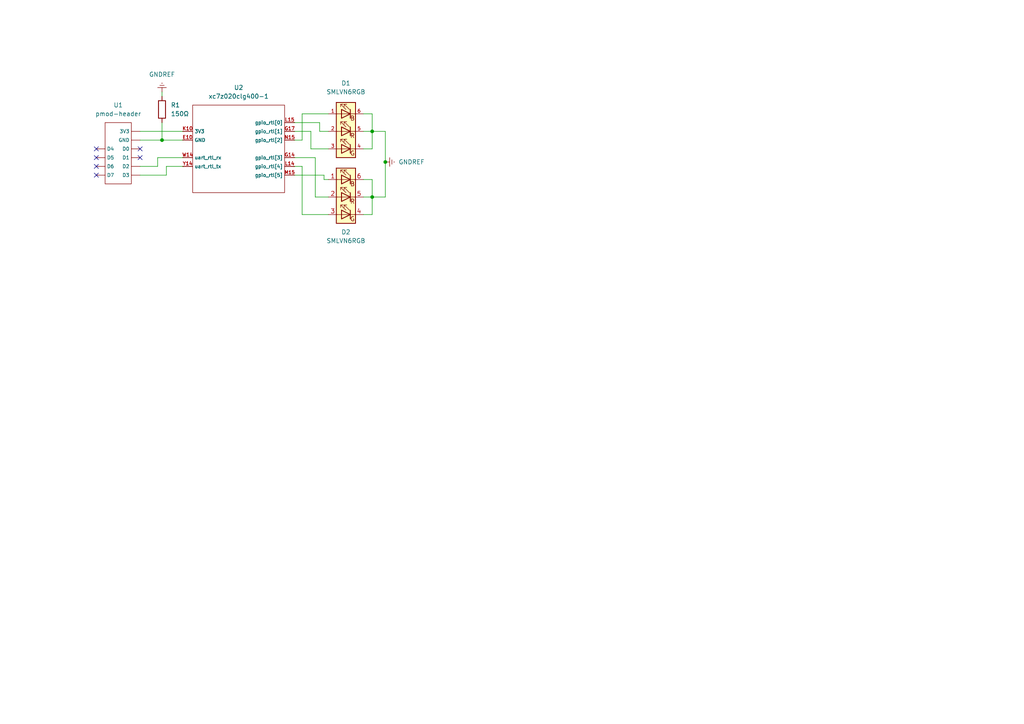
<source format=kicad_sch>
(kicad_sch (version 20211123) (generator eeschema)
  (paper "A4")
  (title_block (title "Lane detection system logical schematic") (date "2022-05-23") (rev "1.0"))
  (lib_symbols
    (symbol "SMLVN6RGB_1" (pin_names (offset 0) hide)
      (property "Reference" "D" (at 0 12.7 0))
      (property "Value" "SMLVN6RGB_1" (at 0 10.16 0))
      (symbol "SMLVN6RGB_1_0_0"
        (text "B" (at 1.905 3.81 0) (effects (font (size 1.27 1.27))))
        (text "G" (at 1.905 -6.35 0) (effects (font (size 1.27 1.27))))
        (text "R" (at 1.905 -1.27 0) (effects (font (size 1.27 1.27))))
      )
      (symbol "SMLVN6RGB_1_0_1"
        (rectangle (start -2.794 8.382) (end 2.794 -7.62) (stroke (width 0.254)) (fill (type background)))
        (rectangle (start -1.27 -1.27) (end -1.27 1.27))
        (rectangle (start -1.27 1.27) (end -1.27 1.27))
        (rectangle (start -1.27 3.81) (end -1.27 6.35))
        (rectangle (start -1.27 6.35) (end -1.27 6.35))
        (polyline (pts (xy -1.27 -5.08) (xy -2.54 -5.08)))
        (polyline (pts (xy -1.27 0) (xy -2.54 0)))
        (polyline (pts (xy -1.27 0) (xy 1.27 0)))
        (polyline (pts (xy -1.27 5.08) (xy -2.54 5.08)))
        (polyline (pts (xy 1.27 -5.08) (xy -1.27 -5.08)))
        (polyline (pts (xy 1.27 -5.08) (xy 2.54 -5.08)))
        (polyline (pts (xy 1.27 -3.81) (xy 1.27 -6.35)) (stroke (width 0.254)))
        (polyline (pts (xy 1.27 0) (xy 2.54 0)))
        (polyline (pts (xy 1.27 1.27) (xy 1.27 -1.27)) (stroke (width 0.254)))
        (polyline (pts (xy 1.27 5.08) (xy -1.27 5.08)))
        (polyline (pts (xy 1.27 5.08) (xy 2.54 5.08)))
        (polyline (pts (xy 1.27 6.35) (xy 1.27 3.81)) (stroke (width 0.254)))
        (polyline (pts (xy 1.27 1.27) (xy 1.27 -1.27) (xy 1.27 -1.27)))
        (polyline (pts (xy 1.27 6.35) (xy 1.27 3.81) (xy 1.27 3.81)))
        (polyline (pts (xy -1.27 -3.81) (xy -1.27 -6.35) (xy 1.27 -5.08) (xy -1.27 -3.81)) (stroke (width 0.254)))
        (polyline (pts (xy -1.27 1.27) (xy -1.27 -1.27) (xy 1.27 0) (xy -1.27 1.27)) (stroke (width 0.254)))
        (polyline (pts (xy -1.27 6.35) (xy -1.27 3.81) (xy 1.27 5.08) (xy -1.27 6.35)) (stroke (width 0.254)))
        (polyline (pts (xy 0 -3.81) (xy -1.524 -2.286) (xy -0.762 -2.286) (xy -1.524 -2.286) (xy -1.524 -3.048)))
        (polyline (pts (xy 0 1.27) (xy -1.524 2.794) (xy -0.762 2.794) (xy -1.524 2.794) (xy -1.524 2.032)))
        (polyline (pts (xy 0 6.35) (xy -1.524 7.874) (xy -0.762 7.874) (xy -1.524 7.874) (xy -1.524 7.112)))
        (polyline (pts (xy 1.016 -3.81) (xy -0.508 -2.286) (xy 0.254 -2.286) (xy -0.508 -2.286) (xy -0.508 -3.048)))
        (polyline (pts (xy 1.016 1.27) (xy -0.508 2.794) (xy 0.254 2.794) (xy -0.508 2.794) (xy -0.508 2.032)))
        (polyline (pts (xy 1.016 6.35) (xy -0.508 7.874) (xy 0.254 7.874) (xy -0.508 7.874) (xy -0.508 7.112)))
      )
      (symbol "SMLVN6RGB_1_1_1"
        (pin passive line (at -5.08 5.08 0) (length 2.54) (name "BA") (number "1"))
        (pin passive line (at -5.08 0 0) (length 2.54) (name "RA") (number "2"))
        (pin passive line (at -5.08 -5.08 0) (length 2.54) (name "GA") (number "3"))
        (pin passive line (at 5.08 -5.08 180) (length 2.54) (name "GK") (number "4"))
        (pin passive line (at 5.08 0 180) (length 2.54) (name "RK") (number "5"))
        (pin passive line (at 5.08 5.08 180) (length 2.54) (name "BK") (number "6"))
      )
    )
    (symbol "device:R" (pin_numbers hide) (pin_names (offset 0))
      (property "Reference" "R" (at 2.032 0 90))
      (property "Value" "R" (at 0 0 90))
      (symbol "R_0_1"
        (rectangle (start -1.016 -2.54) (end 1.016 2.54) (stroke (width 0.254)))
      )
      (symbol "R_1_1"
        (pin passive line (at 0 3.81 270) (length 1.27) (name "~") (number "1"))
        (pin passive line (at 0 -3.81 90) (length 1.27) (name "~") (number "2"))
      )
    )
    (symbol "hw:pmod_header"
      (property "Reference" "U" (at 0 10.16 0))
      (property "Value" "pmod_header" (at 0 12.7 0))
      (symbol "pmod_header_0_1"
        (rectangle (start -3.81 8.89) (end 3.81 -8.89))
      )
      (symbol "pmod_header_1_1"
        (pin unspecified line (at -6.35 6.35 0) (length 2.54) (name "3V3") (number ""))
        (pin bidirectional line (at -6.35 1.27 0) (length 2.54) (name "D0") (number ""))
        (pin bidirectional line (at -6.35 -1.27 0) (length 2.54) (name "D1") (number ""))
        (pin bidirectional line (at -6.35 -3.81 0) (length 2.54) (name "D2") (number ""))
        (pin bidirectional line (at -6.35 -6.35 0) (length 2.54) (name "D3") (number ""))
        (pin bidirectional line (at 6.35 1.27 180) (length 2.54) (name "D4") (number ""))
        (pin bidirectional line (at 6.35 -1.27 180) (length 2.54) (name "D5") (number ""))
        (pin bidirectional line (at 6.35 -3.81 180) (length 2.54) (name "D6") (number ""))
        (pin bidirectional line (at 6.35 -6.35 180) (length 2.54) (name "D7") (number ""))
        (pin unspecified line (at -6.35 3.81 0) (length 2.54) (name "GND") (number ""))
      )
    )
    (symbol "hw:xc7z020clg400-1"
      (property "Reference" "U2" (at -0.635 17.78 0))
      (property "Value" "xc7z020clg400-1" (at -0.635 15.24 0))
      (symbol "xc7z020clg400-1_0_1"
        (rectangle (start -13.97 12.7) (end 12.7 -12.7))
      )
      (symbol "xc7z020clg400-1_1_1"
        (pin power_in line (at -16.91 2.54 0) (length 2.94) (name "GND") (number "E10"))
        (pin output line (at 15.64 -2.54 180) (length 2.94) (name "gpio_rtl[3]") (number "G14"))
        (pin output line (at 15.64 5.08 180) (length 2.94) (name "gpio_rtl[1]") (number "G17"))
        (pin power_in line (at -16.91 5.08 0) (length 2.94) (name "3V3") (number "K10"))
        (pin output line (at 15.64 -5.08 180) (length 2.94) (name "gpio_rtl[4]") (number "L14"))
        (pin output line (at 15.64 7.62 180) (length 2.94) (name "gpio_rtl[0]") (number "L15"))
        (pin output line (at 15.64 -7.62 180) (length 2.94) (name "gpio_rtl[5]") (number "M15"))
        (pin output line (at 15.64 2.54 180) (length 2.94) (name "gpio_rtl[2]") (number "N15"))
        (pin input line (at -16.91 -2.54 0) (length 2.94) (name "uart_rtl_rx") (number "W14"))
        (pin output line (at -16.91 -5.08 0) (length 2.94) (name "uart_rtl_tx") (number "Y14"))
      )
    )
    (symbol "led:SMLVN6RGB" (pin_names (offset 0) hide)
      (property "Reference" "D?" (at 0 13.97 0))
      (property "Value" "SMLVN6RGB" (at 0 11.43 0))
      (symbol "SMLVN6RGB_0_0"
        (text "B" (at 1.905 3.81 0) (effects (font (size 1.27 1.27))))
        (text "G" (at 1.905 -6.35 0) (effects (font (size 1.27 1.27))))
        (text "R" (at 1.905 -1.27 0) (effects (font (size 1.27 1.27))))
      )
      (symbol "SMLVN6RGB_0_1"
        (rectangle (start -2.794 8.382) (end 2.794 -7.62) (stroke (width 0.254)) (fill (type background)))
        (rectangle (start -1.27 -1.27) (end -1.27 1.27))
        (rectangle (start -1.27 1.27) (end -1.27 1.27))
        (rectangle (start -1.27 3.81) (end -1.27 6.35))
        (rectangle (start -1.27 6.35) (end -1.27 6.35))
        (polyline (pts (xy -1.27 -5.08) (xy -2.54 -5.08)))
        (polyline (pts (xy -1.27 0) (xy -2.54 0)))
        (polyline (pts (xy -1.27 0) (xy 1.27 0)))
        (polyline (pts (xy -1.27 5.08) (xy -2.54 5.08)))
        (polyline (pts (xy 1.27 -5.08) (xy -1.27 -5.08)))
        (polyline (pts (xy 1.27 -5.08) (xy 2.54 -5.08)))
        (polyline (pts (xy 1.27 -3.81) (xy 1.27 -6.35)) (stroke (width 0.254)))
        (polyline (pts (xy 1.27 0) (xy 2.54 0)))
        (polyline (pts (xy 1.27 1.27) (xy 1.27 -1.27)) (stroke (width 0.254)))
        (polyline (pts (xy 1.27 5.08) (xy -1.27 5.08)))
        (polyline (pts (xy 1.27 5.08) (xy 2.54 5.08)))
        (polyline (pts (xy 1.27 6.35) (xy 1.27 3.81)) (stroke (width 0.254)))
        (polyline (pts (xy 1.27 1.27) (xy 1.27 -1.27) (xy 1.27 -1.27)))
        (polyline (pts (xy 1.27 6.35) (xy 1.27 3.81) (xy 1.27 3.81)))
        (polyline (pts (xy -1.27 -3.81) (xy -1.27 -6.35) (xy 1.27 -5.08) (xy -1.27 -3.81)) (stroke (width 0.254)))
        (polyline (pts (xy -1.27 1.27) (xy -1.27 -1.27) (xy 1.27 0) (xy -1.27 1.27)) (stroke (width 0.254)))
        (polyline (pts (xy -1.27 6.35) (xy -1.27 3.81) (xy 1.27 5.08) (xy -1.27 6.35)) (stroke (width 0.254)))
        (polyline (pts (xy 0 -3.81) (xy -1.524 -2.286) (xy -0.762 -2.286) (xy -1.524 -2.286) (xy -1.524 -3.048)))
        (polyline (pts (xy 0 1.27) (xy -1.524 2.794) (xy -0.762 2.794) (xy -1.524 2.794) (xy -1.524 2.032)))
        (polyline (pts (xy 0 6.35) (xy -1.524 7.874) (xy -0.762 7.874) (xy -1.524 7.874) (xy -1.524 7.112)))
        (polyline (pts (xy 1.016 -3.81) (xy -0.508 -2.286) (xy 0.254 -2.286) (xy -0.508 -2.286) (xy -0.508 -3.048)))
        (polyline (pts (xy 1.016 1.27) (xy -0.508 2.794) (xy 0.254 2.794) (xy -0.508 2.794) (xy -0.508 2.032)))
        (polyline (pts (xy 1.016 6.35) (xy -0.508 7.874) (xy 0.254 7.874) (xy -0.508 7.874) (xy -0.508 7.112)))
      )
      (symbol "SMLVN6RGB_1_1"
        (pin passive line (at -5.08 5.08 0) (length 2.54) (name "BA") (number "1"))
        (pin passive line (at -5.08 0 0) (length 2.54) (name "RA") (number "2"))
        (pin passive line (at -5.08 -5.08 0) (length 2.54) (name "GA") (number "3"))
        (pin passive line (at 5.08 -5.08 180) (length 2.54) (name "GK") (number "4"))
        (pin passive line (at 5.08 0 180) (length 2.54) (name "RK") (number "5"))
        (pin passive line (at 5.08 5.08 180) (length 2.54) (name "BK") (number "6"))
      )
    )
    (symbol "power:GNDREF" (power) (pin_names (offset 0))
      (property "Value" "GNDREF" (at 0 -3.81 0))
      (symbol "GNDREF_0_1"
        (polyline (pts (xy -0.635 -1.905) (xy 0.635 -1.905)))
        (polyline (pts (xy -0.127 -2.54) (xy 0.127 -2.54)))
        (polyline (pts (xy 0 -1.27) (xy 0 0)))
        (polyline (pts (xy 1.27 -1.27) (xy -1.27 -1.27)))
      )
      (symbol "GNDREF_1_1"
        (pin power_in line (at 0 0 270) (length 0) hide (name "GNDREF") (number "1"))
      )
    )
  )
  (junction (at 107.95 57.15))
  (junction (at 46.99 40.64))
  (junction (at 111.76 46.99))
  (junction (at 107.95 38.1))
  (no_connect (at 40.64 43.18))
  (no_connect (at 27.94 48.26))
  (no_connect (at 40.64 45.72))
  (no_connect (at 27.94 43.18))
  (no_connect (at 27.94 45.72))
  (no_connect (at 27.94 50.8))
  (wire (pts (xy 45.72 48.26) (xy 40.64 48.26)))
  (wire (pts (xy 45.72 45.72) (xy 53.34 45.72)))
  (wire (pts (xy 40.64 38.1) (xy 53.34 38.1)))
  (wire (pts (xy 105.41 62.23) (xy 107.95 62.23)))
  (wire (pts (xy 87.63 62.23) (xy 95.25 62.23)))
  (wire (pts (xy 111.76 46.99) (xy 111.76 57.15)))
  (wire (pts (xy 48.26 48.26) (xy 53.34 48.26)))
  (wire (pts (xy 105.41 43.18) (xy 107.95 43.18)))
  (wire (pts (xy 40.64 40.64) (xy 46.99 40.64)))
  (wire (pts (xy 105.41 33.02) (xy 107.95 33.02)))
  (wire (pts (xy 40.64 50.8) (xy 48.26 50.8)))
  (wire (pts (xy 107.95 62.23) (xy 107.95 57.15)))
  (wire (pts (xy 92.71 38.1) (xy 95.25 38.1)))
  (wire (pts (xy 105.41 38.1) (xy 107.95 38.1)))
  (wire (pts (xy 87.63 40.64) (xy 87.63 33.02)))
  (wire (pts (xy 91.44 45.72) (xy 91.44 57.15)))
  (wire (pts (xy 46.99 35.56) (xy 46.99 40.64)))
  (wire (pts (xy 107.95 57.15) (xy 111.76 57.15)))
  (wire (pts (xy 93.98 52.07) (xy 95.25 52.07)))
  (wire (pts (xy 93.98 50.8) (xy 93.98 52.07)))
  (wire (pts (xy 111.76 38.1) (xy 111.76 46.99)))
  (wire (pts (xy 46.99 40.64) (xy 53.34 40.64)))
  (wire (pts (xy 85.09 48.26) (xy 87.63 48.26)))
  (wire (pts (xy 85.09 50.8) (xy 93.98 50.8)))
  (wire (pts (xy 85.09 40.64) (xy 87.63 40.64)))
  (wire (pts (xy 107.95 57.15) (xy 107.95 52.07)))
  (wire (pts (xy 107.95 38.1) (xy 111.76 38.1)))
  (wire (pts (xy 87.63 48.26) (xy 87.63 62.23)))
  (wire (pts (xy 48.26 50.8) (xy 48.26 48.26)))
  (wire (pts (xy 91.44 57.15) (xy 95.25 57.15)))
  (wire (pts (xy 105.41 57.15) (xy 107.95 57.15)))
  (wire (pts (xy 107.95 52.07) (xy 105.41 52.07)))
  (wire (pts (xy 45.72 45.72) (xy 45.72 48.26)))
  (wire (pts (xy 107.95 38.1) (xy 107.95 33.02)))
  (wire (pts (xy 46.99 26.67) (xy 46.99 27.94)))
  (wire (pts (xy 92.71 35.56) (xy 92.71 38.1)))
  (wire (pts (xy 90.17 38.1) (xy 90.17 43.18)))
  (wire (pts (xy 85.09 45.72) (xy 91.44 45.72)))
  (wire (pts (xy 90.17 43.18) (xy 95.25 43.18)))
  (wire (pts (xy 85.09 38.1) (xy 90.17 38.1)))
  (wire (pts (xy 85.09 35.56) (xy 92.71 35.56)))
  (wire (pts (xy 87.63 33.02) (xy 95.25 33.02)))
  (wire (pts (xy 107.95 43.18) (xy 107.95 38.1)))
  (symbol (lib_id "led:SMLVN6RGB") (at 100.33 38.1 0) (unit 1)
    (property "Reference" "D1" (at 100.33 24.13 0))
    (property "Value" "SMLVN6RGB" (at 100.33 26.67 0))
    (property "Footprint" "LED_SMD:LED_ROHM_SMLVN6" (effects hide))
    (property "Datasheet" "https://www.rohm.com/datasheet/SMLVN6RGB1U" (effects hide))
  )
  (symbol (lib_id "hw:pmod_header") (at 34.29 44.45 0) (mirror y) (unit 1)
    (property "Reference" "U1" (at 34.29 30.48 0))
    (property "Value" "pmod-header" (at 34.29 33.02 0))
  )
  (symbol (lib_id "power:GNDREF") (at 111.76 46.99 90) (unit 1)
    (property "Reference" "#PWR02" (effects hide))
    (property "Value" "GNDREF" (at 115.57 46.9899 90) (effects (justify right)))
  )
  (symbol (lib_name "SMLVN6RGB_1") (lib_id "led:SMLVN6RGB") (at 100.33 57.15 0) (unit 1)
    (property "Reference" "D2" (at 100.33 67.31 0))
    (property "Value" "SMLVN6RGB" (at 100.33 69.85 0))
    (property "Footprint" "LED_SMD:LED_ROHM_SMLVN6" (effects hide))
    (property "Datasheet" "https://www.rohm.com/datasheet/SMLVN6RGB1U" (effects hide))
  )
  (symbol (lib_id "device:R") (at 46.99 31.75 0) (unit 1)
    (property "Reference" "R1" (at 49.53 30.4799 0) (effects (justify left)))
    (property "Value" "150Ω" (at 49.53 33.0199 0) (effects (justify left)))
  )
  (symbol (lib_id "power:GNDREF") (at 46.99 26.67 180) (unit 1)
    (property "Reference" "#PWR01" (effects hide))
    (property "Value" "GNDREF" (at 46.99 21.59 0))
  )
  (symbol (lib_id "hw:xc7z020clg400-1") (at 69.85 43.18 0) (unit 1)
    (property "Reference" "U2" (at 69.215 25.4 0))
    (property "Value" "xc7z020clg400-1" (at 69.215 27.94 0))
  )
)
</source>
